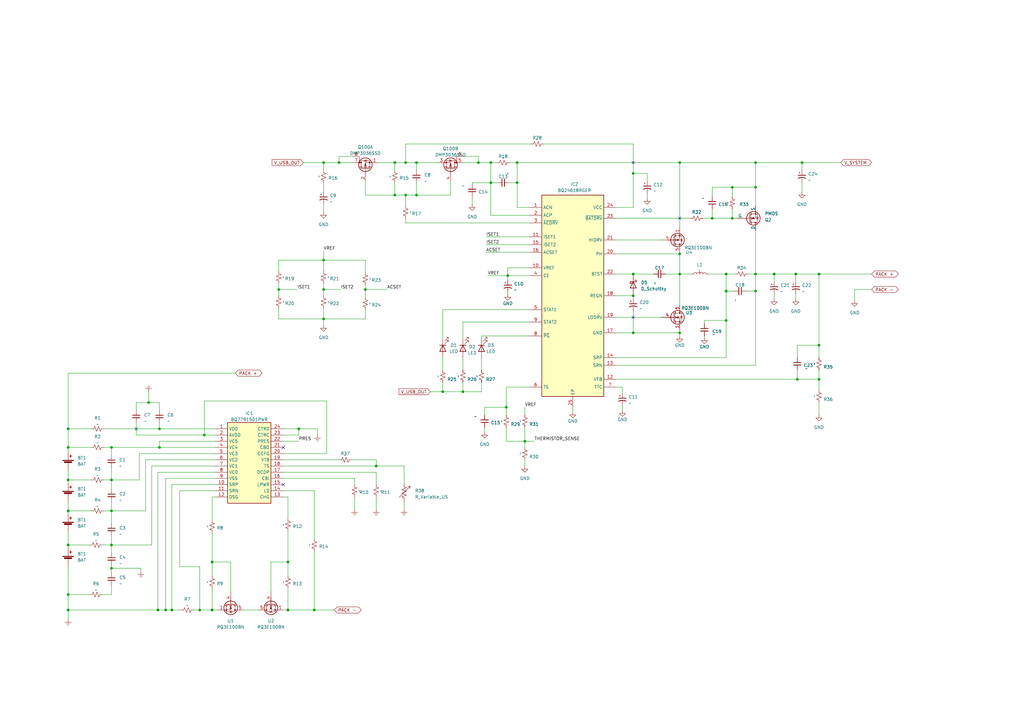
<source format=kicad_sch>
(kicad_sch (version 20230121) (generator eeschema)
  (paper "A3")
  (lib_symbols
    (symbol "BQ24618RGER:BQ24618RGER"
      (property "Reference" "IC" (at 31.75 20.32 0))
      (property "Value" "BQ24618RGER" (at 31.75 17.78 0))
      (symbol "BQ24618RGER_1_1"
        (pin passive line (at 0 10.16 0) (length 5.08) (name "ACN") (number "1"))
        (pin passive line (at 0 -14.605 0) (length 5.08) (name "VREF") (number "10"))
        (pin passive line (at 0 -1.905 0) (length 5.08) (name "ISET1") (number "11"))
        (pin passive line (at 35.56 -60.325 180) (length 5.08) (name "VFB") (number "12"))
        (pin passive line (at 35.56 -54.61 180) (length 5.08) (name "SRN") (number "13"))
        (pin passive line (at 35.56 -51.435 180) (length 5.08) (name "SRP") (number "14"))
        (pin passive line (at 0 -5.08 0) (length 5.08) (name "ISET2") (number "15"))
        (pin passive line (at 0 -8.255 0) (length 5.08) (name "ACSET") (number "16"))
        (pin passive line (at 35.56 -41.275 180) (length 5.08) (name "GND") (number "17"))
        (pin passive line (at 35.56 -26.035 180) (length 5.08) (name "REGN") (number "18"))
        (pin passive line (at 35.56 -34.925 180) (length 5.08) (name "LODRV") (number "19"))
        (pin passive line (at 0 6.985 0) (length 5.08) (name "ACP") (number "2"))
        (pin passive line (at 35.56 -8.89 180) (length 5.08) (name "PH") (number "20"))
        (pin passive line (at 35.56 -3.175 180) (length 5.08) (name "HIDRV") (number "21"))
        (pin passive line (at 35.56 -17.145 180) (length 5.08) (name "BTST") (number "22"))
        (pin passive line (at 35.56 5.715 180) (length 5.08) (name "~{BATDRV}") (number "23"))
        (pin passive line (at 35.56 10.16 180) (length 5.08) (name "VCC") (number "24"))
        (pin passive line (at 17.78 -72.39 90) (length 5.08) (name "EP") (number "25"))
        (pin passive line (at 0 3.81 0) (length 5.08) (name "~{ACDRV}") (number "3"))
        (pin passive line (at 0 -17.78 0) (length 5.08) (name "CE") (number "4"))
        (pin passive line (at 0 -31.75 0) (length 5.08) (name "STAT1") (number "5"))
        (pin passive line (at 0 -63.5 0) (length 5.08) (name "TS") (number "6"))
        (pin passive line (at 35.56 -63.5 180) (length 5.08) (name "TTC") (number "7"))
        (pin passive line (at 0 -42.545 0) (length 5.08) (name "~{PG}") (number "8"))
        (pin passive line (at 0 -36.83 0) (length 5.08) (name "STAT2") (number "9"))
      )
    )
    (symbol "BQ7791501PWR:BQ7791501PWR"
      (property "Reference" "IC" (at 24.13 7.62 0))
      (property "Value" "BQ7791501PWR" (at 24.13 5.08 0))
      (symbol "BQ7791501PWR_1_1"
        (pin passive line (at 0 0 0) (length 5.08) (name "VDD") (number "1"))
        (pin passive line (at 0 -22.86 0) (length 5.08) (name "SRP") (number "10"))
        (pin passive line (at 0 -25.4 0) (length 5.08) (name "SRN") (number "11"))
        (pin passive line (at 0 -27.94 0) (length 5.08) (name "DSG") (number "12"))
        (pin passive line (at 27.94 -27.94 180) (length 5.08) (name "CHG") (number "13"))
        (pin passive line (at 27.94 -25.4 180) (length 5.08) (name "LD") (number "14"))
        (pin passive line (at 27.94 -22.86 180) (length 5.08) (name "LPWR") (number "15"))
        (pin passive line (at 27.94 -20.32 180) (length 5.08) (name "CBI") (number "16"))
        (pin passive line (at 27.94 -17.78 180) (length 5.08) (name "OCDP") (number "17"))
        (pin passive line (at 27.94 -15.24 180) (length 5.08) (name "TS") (number "18"))
        (pin passive line (at 27.94 -12.7 180) (length 5.08) (name "VTB") (number "19"))
        (pin passive line (at 0 -2.54 0) (length 5.08) (name "AVDD") (number "2"))
        (pin passive line (at 27.94 -10.16 180) (length 5.08) (name "CCFG") (number "20"))
        (pin passive line (at 27.94 -7.62 180) (length 5.08) (name "CBO") (number "21"))
        (pin passive line (at 27.94 -5.08 180) (length 5.08) (name "PRES") (number "22"))
        (pin passive line (at 27.94 -2.54 180) (length 5.08) (name "CTRC") (number "23"))
        (pin passive line (at 27.94 0 180) (length 5.08) (name "CTRD") (number "24"))
        (pin passive line (at 0 -5.08 0) (length 5.08) (name "VC5") (number "3"))
        (pin passive line (at 0 -7.62 0) (length 5.08) (name "VC4") (number "4"))
        (pin passive line (at 0 -10.16 0) (length 5.08) (name "VC3") (number "5"))
        (pin passive line (at 0 -12.7 0) (length 5.08) (name "VC2") (number "6"))
        (pin passive line (at 0 -15.24 0) (length 5.08) (name "VC1") (number "7"))
        (pin passive line (at 0 -17.78 0) (length 5.08) (name "VC0") (number "8"))
        (pin passive line (at 0 -20.32 0) (length 5.08) (name "VSS") (number "9"))
      )
    )
    (symbol "Device:Battery_Cell" (pin_numbers hide) (pin_names (offset 0) hide)
      (property "Reference" "BT" (at 2.54 2.54 0))
      (property "Value" "Battery_Cell" (at 2.54 0 0))
      (symbol "Battery_Cell_1_1"
        (pin passive line (at 0 5.08 270) (length 2.54) (name "+") (number "1"))
        (pin passive line (at 0 -2.54 90) (length 2.54) (name "-") (number "2"))
      )
    )
    (symbol "Device:C_Polarized_Small_US" (pin_numbers hide) (pin_names (offset 0.254) hide)
      (property "Reference" "C" (at 0.254 1.778 0))
      (property "Value" "C_Polarized_Small_US" (at 0.254 -2.032 0))
      (symbol "C_Polarized_Small_US_1_1"
        (pin passive line (at 0 2.54 270) (length 2.032) (name "~") (number "1"))
        (pin passive line (at 0 -2.54 90) (length 2.032) (name "~") (number "2"))
      )
    )
    (symbol "Device:C_Small" (pin_numbers hide) (pin_names (offset 0.254) hide)
      (property "Reference" "C" (at 0.254 1.778 0))
      (property "Value" "C_Small" (at 0.254 -2.032 0))
      (symbol "C_Small_1_1"
        (pin passive line (at 0 2.54 270) (length 2.032) (name "~") (number "1"))
        (pin passive line (at 0 -2.54 90) (length 2.032) (name "~") (number "2"))
      )
    )
    (symbol "Device:D_Schottky" (pin_numbers hide) (pin_names (offset 1.016) hide)
      (property "Reference" "D" (at 0 2.54 0))
      (property "Value" "D_Schottky" (at 0 -2.54 0))
      (symbol "D_Schottky_1_1"
        (pin passive line (at -3.81 0 0) (length 2.54) (name "K") (number "1"))
        (pin passive line (at 3.81 0 180) (length 2.54) (name "A") (number "2"))
      )
    )
    (symbol "Device:L" (pin_numbers hide) (pin_names (offset 1.016) hide)
      (property "Reference" "L" (at -1.27 0 90))
      (property "Value" "L" (at 1.905 0 90))
      (symbol "L_1_1"
        (pin passive line (at 0 3.81 270) (length 1.27) (name "1") (number "1"))
        (pin passive line (at 0 -3.81 90) (length 1.27) (name "2") (number "2"))
      )
    )
    (symbol "Device:LED" (pin_numbers hide) (pin_names (offset 1.016) hide)
      (property "Reference" "D" (at 0 2.54 0))
      (property "Value" "LED" (at 0 -2.54 0))
      (symbol "LED_1_1"
        (pin passive line (at -3.81 0 0) (length 2.54) (name "K") (number "1"))
        (pin passive line (at 3.81 0 180) (length 2.54) (name "A") (number "2"))
      )
    )
    (symbol "Device:Q_Dual_PMOS_S1G1S2G2D2D2D1D1" (pin_names (offset 0) hide)
      (property "Reference" "Q" (at 6.35 1.27 0))
      (property "Value" "Q_Dual_PMOS_S1G1S2G2D2D2D1D1" (at 21.59 -1.27 0))
      (symbol "Q_Dual_PMOS_S1G1S2G2D2D2D1D1_1_1"
        (pin passive line (at 2.54 -5.08 90) (length 2.54) (name "S") (number "1"))
        (pin input line (at -5.08 0 0) (length 2.54) (name "G") (number "2"))
        (pin passive line (at 2.54 5.08 270) (length 2.54) (name "D") (number "7"))
        (pin passive line (at 5.08 5.08 270) (length 2.54) (name "G") (number "8"))
      )
      (symbol "Q_Dual_PMOS_S1G1S2G2D2D2D1D1_2_1"
        (pin passive line (at 2.54 -5.08 90) (length 2.54) (name "S") (number "3"))
        (pin input line (at -5.08 0 0) (length 2.54) (name "G") (number "4"))
        (pin passive line (at 2.54 5.08 270) (length 2.54) (name "D") (number "5"))
        (pin passive line (at 5.08 5.08 270) (length 2.54) (name "G") (number "6"))
      )
    )
    (symbol "Device:R_Small_US" (pin_numbers hide) (pin_names (offset 0.254) hide)
      (property "Reference" "R" (at 0.762 0.508 0))
      (property "Value" "R_Small_US" (at 0.762 -1.016 0))
      (symbol "R_Small_US_1_1"
        (pin passive line (at 0 2.54 270) (length 1.016) (name "~") (number "1"))
        (pin passive line (at 0 -2.54 90) (length 1.016) (name "~") (number "2"))
      )
    )
    (symbol "Device:R_Variable_US" (pin_numbers hide) (pin_names (offset 0))
      (property "Reference" "R" (at 2.54 -2.54 90))
      (property "Value" "R_Variable_US" (at -2.54 -1.27 90))
      (symbol "R_Variable_US_1_1"
        (pin passive line (at 0 3.81 270) (length 1.27) (name "~") (number "1"))
        (pin passive line (at 0 -3.81 90) (length 1.27) (name "~") (number "2"))
      )
    )
    (symbol "Simulation_SPICE:PMOS" (pin_numbers hide) (pin_names (offset 0))
      (property "Reference" "Q" (at 5.08 1.27 0))
      (property "Value" "PMOS" (at 5.08 -1.27 0))
      (symbol "PMOS_1_1"
        (pin passive line (at 2.54 5.08 270) (length 2.54) (name "D") (number "1"))
        (pin input line (at -5.08 0 0) (length 2.54) (name "G") (number "2"))
        (pin passive line (at 2.54 -5.08 90) (length 2.54) (name "S") (number "3"))
      )
    )
    (symbol "User_MOSFET:RQ3E100BN"
      (property "Reference" "U" (at 1.905 3.175 0))
      (property "Value" "RQ3E100BN" (at 6.985 1.27 0))
      (symbol "RQ3E100BN_1_1"
        (pin passive line (at 0 -6.35 90) (length 2.54) (name "") (number "1"))
        (pin passive line (at 0 -6.35 90) (length 2.54) hide (name "") (number "2"))
        (pin passive line (at 0 -6.35 90) (length 2.54) hide (name "") (number "3"))
        (pin input line (at -7.62 -1.27 0) (length 5.08) (name "") (number "4"))
        (pin passive line (at 0 3.81 270) (length 2.54) (name "") (number "5"))
      )
    )
    (symbol "power:Earth" (power) (pin_names (offset 0))
      (symbol "Earth_1_1"
        (pin power_in line (at 0 0 270) (length 0) hide (name "Earth") (number "1"))
      )
    )
    (symbol "power:GND" (power) (pin_names (offset 0))
      (property "Value" "GND" (at 0 -3.81 0))
      (symbol "GND_1_1"
        (pin power_in line (at 0 0 270) (length 0) hide (name "GND") (number "1"))
      )
    )
  )
  (junction (at 215.265 180.975))
  (junction (at 114.3 118.745))
  (junction (at 122.555 175.895))
  (junction (at 259.715 112.395))
  (junction (at 166.37 80.01))
  (junction (at 189.865 160.655))
  (junction (at 118.11 230.505))
  (junction (at 132.715 106.68))
  (junction (at 118.11 250.19))
  (junction (at 64.77 250.19))
  (junction (at 83.82 178.435))
  (junction (at 201.295 66.675))
  (junction (at 132.715 130.81))
  (junction (at 27.94 223.52))
  (junction (at 27.94 250.19))
  (junction (at 45.72 209.55))
  (junction (at 278.765 136.525))
  (junction (at 65.405 183.515))
  (junction (at 27.94 183.515))
  (junction (at 309.88 76.835))
  (junction (at 27.94 209.55))
  (junction (at 45.72 183.515))
  (junction (at 60.96 165.1))
  (junction (at 278.765 104.14))
  (junction (at 196.215 66.675))
  (junction (at 154.305 191.135))
  (junction (at 132.715 66.675))
  (junction (at 309.88 112.395))
  (junction (at 67.945 250.19))
  (junction (at 139.065 66.675))
  (junction (at 207.645 167.005))
  (junction (at 278.765 66.675))
  (junction (at 292.1 89.535))
  (junction (at 212.09 66.675))
  (junction (at 166.37 66.675))
  (junction (at 149.86 118.745))
  (junction (at 45.72 233.045))
  (junction (at 297.815 119.38))
  (junction (at 70.485 250.19))
  (junction (at 65.405 175.895))
  (junction (at 335.915 112.395))
  (junction (at 45.72 196.85))
  (junction (at 327.025 155.575))
  (junction (at 161.925 66.675))
  (junction (at 27.94 196.85))
  (junction (at 201.295 74.93))
  (junction (at 161.925 80.01))
  (junction (at 259.715 71.12))
  (junction (at 335.915 141.605))
  (junction (at 170.815 66.675))
  (junction (at 309.88 119.38))
  (junction (at 27.94 175.895))
  (junction (at 212.09 74.93))
  (junction (at 259.715 136.525))
  (junction (at 278.765 112.395))
  (junction (at 132.715 118.745))
  (junction (at 181.61 160.655))
  (junction (at 170.815 80.01))
  (junction (at 297.815 112.395))
  (junction (at 27.94 243.84))
  (junction (at 297.815 131.445))
  (junction (at 81.915 250.19))
  (junction (at 326.39 112.395))
  (junction (at 86.995 230.505))
  (junction (at 300.355 76.835))
  (junction (at 317.5 112.395))
  (junction (at 45.72 223.52))
  (junction (at 128.905 250.19))
  (junction (at 86.995 250.19))
  (junction (at 328.93 66.675))
  (junction (at 300.355 89.535))
  (junction (at 335.915 155.575))
  (junction (at 309.88 66.675))
  (junction (at 259.715 121.285))
  (junction (at 208.28 113.03))
  (no_connect (at 259.715 66.675))
  (no_connect (at 259.715 130.175))
  (no_connect (at 116.205 183.515))
  (no_connect (at 278.765 89.535))
  (no_connect (at 55.88 175.895))
  (no_connect (at 116.205 198.755))
  (wire (pts (xy 326.39 112.395) (xy 317.5 112.395)))
  (wire (pts (xy 278.765 112.395) (xy 283.21 112.395)))
  (wire (pts (xy 197.485 160.655) (xy 197.485 156.845)))
  (wire (pts (xy 165.735 208.915) (xy 165.735 205.74)))
  (wire (pts (xy 327.025 155.575) (xy 335.915 155.575)))
  (wire (pts (xy 252.73 98.425) (xy 271.145 98.425)))
  (wire (pts (xy 86.995 218.44) (xy 86.995 230.505)))
  (wire (pts (xy 259.715 59.055) (xy 259.715 71.12)))
  (wire (pts (xy 86.995 203.835) (xy 86.995 213.36)))
  (wire (pts (xy 259.715 71.12) (xy 259.715 85.09)))
  (wire (pts (xy 122.555 175.895) (xy 116.205 175.895)))
  (wire (pts (xy 317.5 122.555) (xy 317.5 120.65)))
  (wire (pts (xy 27.94 250.19) (xy 64.77 250.19)))
  (wire (pts (xy 259.715 136.525) (xy 278.765 136.525)))
  (wire (pts (xy 328.93 69.85) (xy 328.93 66.675)))
  (wire (pts (xy 327.025 146.685) (xy 327.025 141.605)))
  (wire (pts (xy 81.915 232.41) (xy 81.915 250.19)))
  (wire (pts (xy 27.94 153.035) (xy 96.52 153.035)))
  (wire (pts (xy 83.82 164.465) (xy 133.985 164.465)))
  (wire (pts (xy 189.865 160.655) (xy 197.485 160.655)))
  (wire (pts (xy 132.715 130.81) (xy 132.715 133.35)))
  (wire (pts (xy 154.94 66.675) (xy 161.925 66.675)))
  (wire (pts (xy 86.995 230.505) (xy 86.995 236.22)))
  (wire (pts (xy 208.915 74.93) (xy 212.09 74.93)))
  (wire (pts (xy 252.73 121.285) (xy 259.715 121.285)))
  (wire (pts (xy 300.355 85.725) (xy 300.355 89.535)))
  (wire (pts (xy 57.785 233.045) (xy 57.785 234.315)))
  (wire (pts (xy 79.375 250.19) (xy 81.915 250.19)))
  (wire (pts (xy 88.265 196.215) (xy 67.945 196.215)))
  (wire (pts (xy 201.295 66.675) (xy 201.295 74.93)))
  (wire (pts (xy 27.94 250.19) (xy 27.94 254)))
  (wire (pts (xy 27.94 243.84) (xy 27.94 250.19)))
  (wire (pts (xy 64.77 193.675) (xy 64.77 250.19)))
  (wire (pts (xy 165.735 198.12) (xy 165.735 191.135)))
  (wire (pts (xy 116.205 250.19) (xy 118.11 250.19)))
  (wire (pts (xy 327.025 141.605) (xy 335.915 141.605)))
  (wire (pts (xy 170.815 66.675) (xy 170.815 69.85)))
  (wire (pts (xy 144.145 188.595) (xy 154.305 188.595)))
  (wire (pts (xy 118.11 203.835) (xy 116.205 203.835)))
  (wire (pts (xy 154.305 203.835) (xy 154.305 208.915)))
  (wire (pts (xy 86.995 241.3) (xy 86.995 250.19)))
  (wire (pts (xy 278.765 104.14) (xy 278.765 112.395)))
  (wire (pts (xy 181.61 139.065) (xy 181.61 127)))
  (wire (pts (xy 27.94 223.52) (xy 36.83 223.52)))
  (wire (pts (xy 166.37 59.055) (xy 217.805 59.055)))
  (wire (pts (xy 27.94 209.55) (xy 27.94 210.82)))
  (wire (pts (xy 217.17 109.855) (xy 208.28 109.855)))
  (wire (pts (xy 45.72 240.03) (xy 45.72 243.84)))
  (wire (pts (xy 309.88 112.395) (xy 309.88 119.38)))
  (wire (pts (xy 189.865 160.655) (xy 189.865 156.845)))
  (wire (pts (xy 86.995 250.19) (xy 89.535 250.19)))
  (wire (pts (xy 73.66 232.41) (xy 81.915 232.41)))
  (wire (pts (xy 288.925 131.445) (xy 297.815 131.445)))
  (wire (pts (xy 116.205 178.435) (xy 122.555 178.435)))
  (wire (pts (xy 65.405 183.515) (xy 88.265 183.515)))
  (wire (pts (xy 45.72 233.045) (xy 45.72 234.95)))
  (wire (pts (xy 139.065 66.675) (xy 144.78 66.675)))
  (wire (pts (xy 42.545 183.515) (xy 45.72 183.515)))
  (wire (pts (xy 328.93 78.74) (xy 328.93 74.93)))
  (wire (pts (xy 111.125 230.505) (xy 118.11 230.505)))
  (wire (pts (xy 252.73 155.575) (xy 327.025 155.575)))
  (wire (pts (xy 86.995 230.505) (xy 94.615 230.505)))
  (wire (pts (xy 64.77 193.675) (xy 88.265 193.675)))
  (wire (pts (xy 88.265 178.435) (xy 83.82 178.435)))
  (wire (pts (xy 189.865 66.675) (xy 196.215 66.675)))
  (wire (pts (xy 62.23 223.52) (xy 62.23 191.135)))
  (wire (pts (xy 27.94 193.04) (xy 27.94 196.85)))
  (wire (pts (xy 161.925 66.675) (xy 161.925 69.85)))
  (wire (pts (xy 215.265 188.595) (xy 215.265 191.135)))
  (wire (pts (xy 154.305 191.135) (xy 116.205 191.135)))
  (wire (pts (xy 45.72 231.775) (xy 45.72 233.045)))
  (wire (pts (xy 197.485 146.685) (xy 197.485 151.765)))
  (wire (pts (xy 132.715 66.675) (xy 139.065 66.675)))
  (wire (pts (xy 27.94 205.74) (xy 27.94 209.55)))
  (wire (pts (xy 132.715 86.995) (xy 132.715 83.82)))
  (wire (pts (xy 309.88 112.395) (xy 306.705 112.395)))
  (wire (pts (xy 166.37 80.01) (xy 170.815 80.01)))
  (wire (pts (xy 122.555 178.435) (xy 122.555 175.895)))
  (wire (pts (xy 45.72 196.85) (xy 57.15 196.85)))
  (wire (pts (xy 130.175 178.435) (xy 130.175 175.895)))
  (wire (pts (xy 116.205 188.595) (xy 139.065 188.595)))
  (wire (pts (xy 41.91 223.52) (xy 45.72 223.52)))
  (wire (pts (xy 207.645 158.75) (xy 207.645 167.005)))
  (wire (pts (xy 132.715 106.68) (xy 149.86 106.68)))
  (wire (pts (xy 41.91 243.84) (xy 45.72 243.84)))
  (wire (pts (xy 193.675 74.93) (xy 193.675 75.565)))
  (wire (pts (xy 259.715 112.395) (xy 259.715 113.03)))
  (wire (pts (xy 130.175 175.895) (xy 122.555 175.895)))
  (wire (pts (xy 189.865 139.065) (xy 189.865 132.08)))
  (wire (pts (xy 27.94 209.55) (xy 37.465 209.55)))
  (wire (pts (xy 259.715 112.395) (xy 267.97 112.395)))
  (wire (pts (xy 114.3 126.365) (xy 114.3 130.81)))
  (wire (pts (xy 27.94 218.44) (xy 27.94 223.52)))
  (wire (pts (xy 252.73 149.86) (xy 309.88 149.86)))
  (wire (pts (xy 55.88 165.1) (xy 55.88 168.275)))
  (wire (pts (xy 59.69 209.55) (xy 59.69 188.595)))
  (wire (pts (xy 350.52 123.19) (xy 350.52 118.745)))
  (wire (pts (xy 252.73 112.395) (xy 259.715 112.395)))
  (wire (pts (xy 201.295 74.93) (xy 193.675 74.93)))
  (wire (pts (xy 207.645 180.975) (xy 215.265 180.975)))
  (wire (pts (xy 328.93 66.675) (xy 309.88 66.675)))
  (wire (pts (xy 132.715 118.745) (xy 132.715 121.285)))
  (wire (pts (xy 45.72 183.515) (xy 65.405 183.515)))
  (wire (pts (xy 57.15 196.85) (xy 57.15 186.055)))
  (wire (pts (xy 255.27 158.75) (xy 255.27 161.29)))
  (wire (pts (xy 27.94 153.035) (xy 27.94 175.895)))
  (wire (pts (xy 64.77 250.19) (xy 67.945 250.19)))
  (wire (pts (xy 132.715 130.81) (xy 149.86 130.81)))
  (wire (pts (xy 278.765 66.675) (xy 278.765 93.345)))
  (wire (pts (xy 207.645 170.18) (xy 207.645 167.005)))
  (wire (pts (xy 65.405 175.895) (xy 65.405 173.355)))
  (wire (pts (xy 317.5 115.57) (xy 317.5 112.395)))
  (wire (pts (xy 145.415 196.215) (xy 116.205 196.215)))
  (wire (pts (xy 292.1 85.725) (xy 292.1 89.535)))
  (wire (pts (xy 215.265 175.26) (xy 215.265 180.975)))
  (wire (pts (xy 45.72 223.52) (xy 62.23 223.52)))
  (wire (pts (xy 326.39 115.57) (xy 326.39 112.395)))
  (wire (pts (xy 208.28 120.65) (xy 208.28 120.015)))
  (wire (pts (xy 252.73 89.535) (xy 283.21 89.535)))
  (wire (pts (xy 45.72 209.55) (xy 59.69 209.55)))
  (wire (pts (xy 252.73 136.525) (xy 259.715 136.525)))
  (wire (pts (xy 199.39 100.33) (xy 217.17 100.33)))
  (wire (pts (xy 45.72 196.85) (xy 45.72 200.66)))
  (wire (pts (xy 255.27 168.275) (xy 255.27 166.37)))
  (wire (pts (xy 132.715 106.68) (xy 132.715 111.125)))
  (wire (pts (xy 42.545 196.85) (xy 45.72 196.85)))
  (wire (pts (xy 94.615 230.505) (xy 94.615 242.57)))
  (wire (pts (xy 201.295 88.265) (xy 217.17 88.265)))
  (wire (pts (xy 350.52 118.745) (xy 357.505 118.745)))
  (wire (pts (xy 166.37 91.44) (xy 217.17 91.44)))
  (wire (pts (xy 59.69 188.595) (xy 88.265 188.595)))
  (wire (pts (xy 278.765 136.525) (xy 278.765 137.795)))
  (wire (pts (xy 118.11 250.19) (xy 118.11 241.3)))
  (wire (pts (xy 111.125 242.57) (xy 111.125 230.505)))
  (wire (pts (xy 335.915 146.685) (xy 335.915 141.605)))
  (wire (pts (xy 149.86 118.745) (xy 158.75 118.745)))
  (wire (pts (xy 145.415 208.915) (xy 145.415 203.835)))
  (wire (pts (xy 145.415 198.755) (xy 145.415 196.215)))
  (wire (pts (xy 288.925 138.43) (xy 288.925 137.795)))
  (wire (pts (xy 326.39 122.555) (xy 326.39 120.65)))
  (wire (pts (xy 67.945 250.19) (xy 70.485 250.19)))
  (wire (pts (xy 45.72 233.045) (xy 57.785 233.045)))
  (wire (pts (xy 132.715 118.745) (xy 139.7 118.745)))
  (wire (pts (xy 88.265 201.295) (xy 73.66 201.295)))
  (wire (pts (xy 161.925 66.675) (xy 166.37 66.675)))
  (wire (pts (xy 335.915 170.18) (xy 335.915 165.1)))
  (wire (pts (xy 309.88 149.86) (xy 309.88 119.38)))
  (wire (pts (xy 132.715 126.365) (xy 132.715 130.81)))
  (wire (pts (xy 207.645 175.26) (xy 207.645 180.975)))
  (wire (pts (xy 65.405 168.275) (xy 65.405 165.1)))
  (wire (pts (xy 208.28 113.03) (xy 217.17 113.03)))
  (wire (pts (xy 278.765 103.505) (xy 278.765 104.14)))
  (wire (pts (xy 181.61 146.685) (xy 181.61 151.765)))
  (wire (pts (xy 252.73 104.14) (xy 278.765 104.14)))
  (wire (pts (xy 292.1 76.835) (xy 292.1 80.645)))
  (wire (pts (xy 27.94 196.85) (xy 27.94 198.12)))
  (wire (pts (xy 45.72 191.77) (xy 45.72 196.85)))
  (wire (pts (xy 197.485 137.795) (xy 197.485 139.065)))
  (wire (pts (xy 88.265 175.895) (xy 65.405 175.895)))
  (wire (pts (xy 166.37 66.675) (xy 170.815 66.675)))
  (wire (pts (xy 55.88 173.355) (xy 55.88 178.435)))
  (wire (pts (xy 201.295 74.93) (xy 201.295 88.265)))
  (wire (pts (xy 199.39 97.155) (xy 217.17 97.155)))
  (wire (pts (xy 149.86 74.295) (xy 149.86 80.01)))
  (wire (pts (xy 198.755 170.18) (xy 198.755 167.005)))
  (wire (pts (xy 27.94 183.515) (xy 37.465 183.515)))
  (wire (pts (xy 297.815 119.38) (xy 300.99 119.38)))
  (wire (pts (xy 196.215 66.675) (xy 201.295 66.675)))
  (wire (pts (xy 118.11 236.22) (xy 118.11 230.505)))
  (wire (pts (xy 149.86 80.01) (xy 161.925 80.01)))
  (wire (pts (xy 200.025 113.03) (xy 208.28 113.03)))
  (wire (pts (xy 60.96 160.655) (xy 60.96 165.1)))
  (wire (pts (xy 45.72 209.55) (xy 45.72 214.63)))
  (wire (pts (xy 132.715 102.87) (xy 132.715 106.68)))
  (wire (pts (xy 114.3 116.205) (xy 114.3 118.745)))
  (wire (pts (xy 132.715 116.205) (xy 132.715 118.745)))
  (wire (pts (xy 327.025 155.575) (xy 327.025 151.765)))
  (wire (pts (xy 259.715 120.65) (xy 259.715 121.285)))
  (wire (pts (xy 149.86 116.84) (xy 149.86 118.745)))
  (wire (pts (xy 27.94 175.895) (xy 27.94 183.515)))
  (wire (pts (xy 65.405 175.895) (xy 42.545 175.895)))
  (wire (pts (xy 166.37 80.01) (xy 166.37 84.455)))
  (wire (pts (xy 27.94 232.41) (xy 27.94 243.84)))
  (wire (pts (xy 154.305 193.675) (xy 116.205 193.675)))
  (wire (pts (xy 184.785 80.01) (xy 184.785 74.295)))
  (wire (pts (xy 65.405 180.975) (xy 65.405 183.515)))
  (wire (pts (xy 154.305 188.595) (xy 154.305 191.135)))
  (wire (pts (xy 124.46 66.675) (xy 132.715 66.675)))
  (wire (pts (xy 60.96 165.1) (xy 55.88 165.1)))
  (wire (pts (xy 73.66 201.295) (xy 73.66 232.41)))
  (wire (pts (xy 198.755 167.005) (xy 207.645 167.005)))
  (wire (pts (xy 70.485 250.19) (xy 74.295 250.19)))
  (wire (pts (xy 62.23 191.135) (xy 88.265 191.135)))
  (wire (pts (xy 83.82 178.435) (xy 83.82 164.465)))
  (wire (pts (xy 27.94 196.85) (xy 37.465 196.85)))
  (wire (pts (xy 335.915 112.395) (xy 326.39 112.395)))
  (wire (pts (xy 297.815 112.395) (xy 297.815 119.38)))
  (wire (pts (xy 208.915 66.675) (xy 212.09 66.675)))
  (wire (pts (xy 197.485 137.795) (xy 217.17 137.795)))
  (wire (pts (xy 114.3 130.81) (xy 132.715 130.81)))
  (wire (pts (xy 67.945 196.215) (xy 67.945 250.19)))
  (wire (pts (xy 70.485 198.755) (xy 70.485 250.19)))
  (wire (pts (xy 297.815 131.445) (xy 297.815 119.38)))
  (wire (pts (xy 45.72 219.71) (xy 45.72 223.52)))
  (wire (pts (xy 278.765 66.675) (xy 309.88 66.675)))
  (wire (pts (xy 273.05 112.395) (xy 278.765 112.395)))
  (wire (pts (xy 335.915 155.575) (xy 335.915 151.765)))
  (wire (pts (xy 27.94 183.515) (xy 27.94 185.42)))
  (wire (pts (xy 161.925 74.93) (xy 161.925 80.01)))
  (wire (pts (xy 215.265 180.975) (xy 219.075 180.975)))
  (wire (pts (xy 302.26 89.535) (xy 300.355 89.535)))
  (wire (pts (xy 170.815 74.93) (xy 170.815 80.01)))
  (wire (pts (xy 27.94 223.52) (xy 27.94 224.79)))
  (wire (pts (xy 335.915 112.395) (xy 357.505 112.395)))
  (wire (pts (xy 193.675 80.645) (xy 193.675 83.82)))
  (wire (pts (xy 208.28 113.03) (xy 208.28 114.935)))
  (wire (pts (xy 309.88 76.835) (xy 309.88 84.455)))
  (wire (pts (xy 181.61 127) (xy 217.17 127)))
  (wire (pts (xy 196.215 64.135) (xy 196.215 66.675)))
  (wire (pts (xy 300.355 76.835) (xy 300.355 80.645)))
  (wire (pts (xy 189.865 146.685) (xy 189.865 151.765)))
  (wire (pts (xy 300.355 89.535) (xy 292.1 89.535)))
  (wire (pts (xy 212.09 74.93) (xy 212.09 85.09)))
  (wire (pts (xy 259.715 122.555) (xy 259.715 121.285)))
  (wire (pts (xy 181.61 160.655) (xy 189.865 160.655)))
  (wire (pts (xy 144.78 64.135) (xy 139.065 64.135)))
  (wire (pts (xy 27.94 243.84) (xy 36.83 243.84)))
  (wire (pts (xy 252.73 158.75) (xy 255.27 158.75)))
  (wire (pts (xy 201.295 66.675) (xy 203.835 66.675)))
  (wire (pts (xy 189.865 64.135) (xy 196.215 64.135)))
  (wire (pts (xy 292.1 89.535) (xy 288.29 89.535)))
  (wire (pts (xy 252.73 130.175) (xy 271.145 130.175)))
  (wire (pts (xy 149.86 106.68) (xy 149.86 111.76)))
  (wire (pts (xy 215.265 167.005) (xy 215.265 170.18)))
  (wire (pts (xy 139.065 64.135) (xy 139.065 66.675)))
  (wire (pts (xy 208.28 109.855) (xy 208.28 113.03)))
  (wire (pts (xy 199.39 103.505) (xy 217.17 103.505)))
  (wire (pts (xy 297.815 131.445) (xy 297.815 146.685)))
  (wire (pts (xy 114.3 111.125) (xy 114.3 106.68)))
  (wire (pts (xy 215.265 183.515) (xy 215.265 180.975)))
  (wire (pts (xy 114.3 118.745) (xy 114.3 121.285)))
  (wire (pts (xy 45.72 205.74) (xy 45.72 209.55)))
  (wire (pts (xy 118.11 250.19) (xy 128.905 250.19)))
  (wire (pts (xy 189.865 132.08) (xy 217.17 132.08)))
  (wire (pts (xy 114.3 106.68) (xy 132.715 106.68)))
  (wire (pts (xy 118.11 212.725) (xy 118.11 203.835)))
  (wire (pts (xy 328.93 66.675) (xy 344.805 66.675)))
  (wire (pts (xy 88.265 198.755) (xy 70.485 198.755)))
  (wire (pts (xy 212.09 85.09) (xy 217.17 85.09)))
  (wire (pts (xy 297.815 146.685) (xy 252.73 146.685)))
  (wire (pts (xy 45.72 223.52) (xy 45.72 226.695)))
  (wire (pts (xy 335.915 141.605) (xy 335.915 112.395)))
  (wire (pts (xy 265.43 81.28) (xy 265.43 79.375)))
  (wire (pts (xy 170.815 66.675) (xy 179.705 66.675)))
  (wire (pts (xy 116.205 180.975) (xy 122.555 180.975)))
  (wire (pts (xy 88.265 203.835) (xy 86.995 203.835)))
  (wire (pts (xy 335.915 160.02) (xy 335.915 155.575)))
  (wire (pts (xy 198.755 175.26) (xy 198.755 177.165)))
  (wire (pts (xy 149.86 130.81) (xy 149.86 127)))
  (wire (pts (xy 99.695 250.19) (xy 106.045 250.19)))
  (wire (pts (xy 259.715 136.525) (xy 259.715 127.635)))
  (wire (pts (xy 128.905 250.19) (xy 128.905 226.06)))
  (wire (pts (xy 317.5 112.395) (xy 309.88 112.395)))
  (wire (pts (xy 222.885 59.055) (xy 259.715 59.055)))
  (wire (pts (xy 252.73 85.09) (xy 259.715 85.09)))
  (wire (pts (xy 301.625 112.395) (xy 297.815 112.395)))
  (wire (pts (xy 132.715 69.85) (xy 132.715 66.675)))
  (wire (pts (xy 45.72 183.515) (xy 45.72 186.69)))
  (wire (pts (xy 290.83 112.395) (xy 297.815 112.395)))
  (wire (pts (xy 133.985 164.465) (xy 133.985 186.055)))
  (wire (pts (xy 133.985 186.055) (xy 116.205 186.055)))
  (wire (pts (xy 265.43 74.295) (xy 265.43 71.12)))
  (wire (pts (xy 118.11 230.505) (xy 118.11 217.805)))
  (wire (pts (xy 212.09 66.675) (xy 278.765 66.675)))
  (wire (pts (xy 306.07 119.38) (xy 309.88 119.38)))
  (wire (pts (xy 300.355 76.835) (xy 292.1 76.835)))
  (wire (pts (xy 65.405 165.1) (xy 60.96 165.1)))
  (wire (pts (xy 154.305 198.755) (xy 154.305 193.675)))
  (wire (pts (xy 278.765 135.255) (xy 278.765 136.525)))
  (wire (pts (xy 128.905 250.19) (xy 137.16 250.19)))
  (wire (pts (xy 278.765 112.395) (xy 278.765 125.095)))
  (wire (pts (xy 88.265 180.975) (xy 65.405 180.975)))
  (wire (pts (xy 42.545 209.55) (xy 45.72 209.55)))
  (wire (pts (xy 37.465 175.895) (xy 27.94 175.895)))
  (wire (pts (xy 265.43 71.12) (xy 259.715 71.12)))
  (wire (pts (xy 309.88 66.675) (xy 309.88 76.835)))
  (wire (pts (xy 234.95 167.64) (xy 234.95 168.91)))
  (wire (pts (xy 128.905 220.98) (xy 128.905 201.295)))
  (wire (pts (xy 166.37 66.675) (xy 166.37 59.055)))
  (wire (pts (xy 201.295 74.93) (xy 203.835 74.93)))
  (wire (pts (xy 128.905 201.295) (xy 116.205 201.295)))
  (wire (pts (xy 149.86 118.745) (xy 149.86 121.92)))
  (wire (pts (xy 132.715 78.74) (xy 132.715 74.93)))
  (wire (pts (xy 161.925 80.01) (xy 166.37 80.01)))
  (wire (pts (xy 288.925 132.715) (xy 288.925 131.445)))
  (wire (pts (xy 300.355 76.835) (xy 309.88 76.835)))
  (wire (pts (xy 83.82 178.435) (xy 55.88 178.435)))
  (wire (pts (xy 81.915 250.19) (xy 86.995 250.19)))
  (wire (pts (xy 217.17 158.75) (xy 207.645 158.75)))
  (wire (pts (xy 166.37 89.535) (xy 166.37 91.44)))
  (wire (pts (xy 57.15 186.055) (xy 88.265 186.055)))
  (wire (pts (xy 114.3 118.745) (xy 121.92 118.745)))
  (wire (pts (xy 165.735 191.135) (xy 154.305 191.135)))
  (wire (pts (xy 176.53 160.655) (xy 181.61 160.655)))
  (wire (pts (xy 212.09 66.675) (xy 212.09 74.93)))
  (wire (pts (xy 309.88 112.395) (xy 309.88 94.615)))
  (wire (pts (xy 181.61 160.655) (xy 181.61 156.845)))
  (wire (pts (xy 170.815 80.01) (xy 184.785 80.01)))
  (label "ISET1" (at 199.39 97.155 0))
  (label "THERMISTOR_SENSE" (at 219.075 180.975 0))
  (label "ACSET" (at 158.75 118.745 0))
  (label "VREF" (at 200.025 113.03 0))
  (label "VREF" (at 215.265 167.005 0))
  (label "VREF" (at 132.715 102.87 0))
  (label "ISET1" (at 121.92 118.745 0))
  (label "ACSET" (at 199.39 103.505 0))
  (label "PRES" (at 122.555 180.975 0))
  (label "ISET2" (at 139.7 118.745 0))
  (label "ISET2" (at 199.39 100.33 0))
  (global_label "PACK +" (shape bidirectional) (at 357.505 112.395 0) (property "Intersheetrefs" "${INTERSHEET_REFS}" (effects hide)))
  (global_label "PACK -" (shape bidirectional) (at 357.505 118.745 0) (property "Intersheetrefs" "${INTERSHEET_REFS}" (effects hide)))
  (global_label "V_SYSTEM" (shape bidirectional) (at 344.805 66.675 0) (property "Intersheetrefs" "${INTERSHEET_REFS}" (effects hide)))
  (global_label "V_USB_OUT" (shape input) (at 176.53 160.655 180) (property "Intersheetrefs" "${INTERSHEET_REFS}" (effects hide)))
  (global_label "PACK +" (shape bidirectional) (at 96.52 153.035 0) (property "Intersheetrefs" "${INTERSHEET_REFS}" (effects hide)))
  (global_label "PACK -" (shape bidirectional) (at 137.16 250.19 0) (property "Intersheetrefs" "${INTERSHEET_REFS}" (effects hide)))
  (global_label "V_USB_OUT" (shape input) (at 124.46 66.675 180) (property "Intersheetrefs" "${INTERSHEET_REFS}" (effects hide)))
  (symbol (lib_id "Device:D_Schottky") (at 259.715 116.84 270) (unit 1)
    (property "Reference" "D5" (at 262.89 115.8875 90) (effects (justify left)))
    (property "Value" "D_Schottky" (at 262.89 118.4275 90) (effects (justify left)))
  )
  (symbol (lib_id "Simulation_SPICE:PMOS") (at 307.34 89.535 0) (mirror x) (unit 1)
    (property "Reference" "Q2" (at 313.69 90.17 0) (effects (justify left)))
    (property "Value" "PMOS" (at 313.69 87.63 0) (effects (justify left)))
    (property "Datasheet" "https://ngspice.sourceforge.io/docs/ngspice-manual.pdf" (effects hide))
    (property "Sim.Device" "PMOS" (effects hide))
    (property "Sim.Type" "VDMOS" (effects hide))
    (property "Sim.Pins" "1=D 2=G 3=S" (effects hide))
  )
  (symbol (lib_id "Device:Q_Dual_PMOS_S1G1S2G2D2D2D1D1") (at 184.785 69.215 270) (mirror x) (unit 2)
    (property "Reference" "Q100" (at 184.785 60.96 90))
    (property "Value" "DMP3036SSD" (at 184.785 63.5 90))
    (property "Footprint" "Package_SO:SO-8_3.9x4.9mm_P1.27mm" (effects hide))
    (property "Datasheet" "https://www.diodes.com/assets/Datasheets/DMP3036SSD.pdf" (effects hide))
    (property "Vendor" "https://www.mouser.com/ProductDetail/Diodes-Incorporated/DMP3036SSD-13?qs=OVC8WVYZliQQ%252Bz8nd4Q8aA%3D%3D" (effects hide))
    (property "Price" "0.8" (effects hide))
    (instances (project "power_supply" (path "" (reference "Q100") (unit 2)) (path "" (reference "Q1") (unit 2))) (project "battery_charging_devboard" (path "" (reference "Q100") (unit 2))))
  )
  (symbol (lib_id "User_MOSFET:RQ3E100BN") (at 278.765 128.905 0) (unit 1)
    (property "Reference" "U3" (at 282.575 128.27 0))
    (property "Value" "RQ3E100BN" (at 285.115 126.365 0))
    (property "Footprint" "User_Mosfet:HSMT8" (effects hide))
    (property "Datasheet" "https://www.mouser.com/datasheet/2/348/ROHM_S_A0009370623_1-2562931.pdf" (effects hide))
    (property "Vendor" "https://www.mouser.com/ProductDetail/ROHM-Semiconductor/RQ3E100BNTB?qs=npTsUczJOtO8HxsK5LUjOw%3D%3D" (effects hide))
    (property "Price" "0.3" (effects hide))
  )
  (symbol (lib_id "Device:R_Small_US") (at 189.865 154.305 180) (unit 1)
    (property "Reference" "R26" (at 195.58 155.575 0) (effects (justify left)))
    (property "Value" "~" (at 187.96 154.305 90))
  )
  (symbol (lib_id "Device:R_Small_US") (at 40.005 196.85 90) (unit 1)
    (property "Reference" "R3" (at 40.005 192.405 90))
    (property "Value" "~" (at 40.005 194.945 90))
  )
  (symbol (lib_id "Device:R_Small_US") (at 132.715 123.825 0) (unit 1)
    (property "Reference" "R22" (at 135.255 124.46 0) (effects (justify left)))
    (property "Value" "~" (at 134.62 123.825 90))
  )
  (symbol (lib_id "Device:R_Small_US") (at 335.915 162.56 180) (unit 1)
    (property "Reference" "R36" (at 341.63 163.83 0) (effects (justify left)))
    (property "Value" "~" (at 334.01 162.56 90))
  )
  (symbol (lib_id "Device:R_Small_US") (at 207.645 172.72 180) (unit 1)
    (property "Reference" "R29" (at 213.36 173.99 0) (effects (justify left)))
    (property "Value" "~" (at 205.74 172.72 90))
  )
  (symbol (lib_id "User_MOSFET:RQ3E100BN") (at 109.855 250.19 90) (mirror x) (unit 1)
    (property "Reference" "U2" (at 111.125 254.635 90))
    (property "Value" "RQ3E100BN" (at 111.125 257.175 90))
    (property "Footprint" "User_Mosfet:HSMT8" (effects hide))
    (property "Datasheet" "https://www.mouser.com/datasheet/2/348/ROHM_S_A0009370623_1-2562931.pdf" (effects hide))
    (property "Vendor" "https://www.mouser.com/ProductDetail/ROHM-Semiconductor/RQ3E100BNTB?qs=npTsUczJOtO8HxsK5LUjOw%3D%3D" (effects hide))
    (property "Price" "0.3" (effects hide))
  )
  (symbol (lib_id "Device:C_Small") (at 198.755 172.72 180) (unit 1)
    (property "Reference" "C15" (at 201.295 173.3486 0) (effects (justify right)))
    (property "Value" "~" (at 195.58 170.8087 0) (effects (justify left)))
  )
  (symbol (lib_id "Device:R_Small_US") (at 161.925 72.39 180) (unit 1)
    (property "Reference" "R15" (at 163.83 73.025 0) (effects (justify right)))
    (property "Value" "~" (at 160.02 72.39 90))
  )
  (symbol (lib_id "Device:Q_Dual_PMOS_S1G1S2G2D2D2D1D1") (at 149.86 69.215 90) (unit 1)
    (property "Reference" "Q100" (at 149.86 60.325 90))
    (property "Value" "DMP3036SSD" (at 149.86 62.865 90))
    (property "Footprint" "Package_SO:SO-8_3.9x4.9mm_P1.27mm" (effects hide))
    (property "Datasheet" "https://www.diodes.com/assets/Datasheets/DMP3036SSD.pdf" (effects hide))
    (property "Vendor" "https://www.mouser.com/ProductDetail/Diodes-Incorporated/DMP3036SSD-13?qs=OVC8WVYZliQQ%252Bz8nd4Q8aA%3D%3D" (effects hide))
    (property "Price" "0.8" (effects hide))
    (instances (project "power_supply" (path "" (reference "Q100") (unit 1)) (path "" (reference "Q1") (unit 1))) (project "battery_charging_devboard" (path "" (reference "Q100") (unit 1))))
  )
  (symbol (lib_id "Device:Battery_Cell") (at 27.94 215.9 0) (unit 1)
    (property "Reference" "BT1" (at 31.75 213.233 0) (effects (justify left)))
    (property "Value" "BAT" (at 31.75 215.773 0) (effects (justify left)))
    (property "Footprint" "User_Battery:Battery_18650" (effects hide))
    (instances (project "power_supply" (path "" (reference "BT1") (unit 1)) (path "" (reference "BT3") (unit 1))))
  )
  (symbol (lib_id "power:GND") (at 335.915 170.18 0) (unit 1)
    (property "Reference" "#PWR020" (effects hide))
    (property "Value" "GND" (at 335.915 175.26 0))
  )
  (symbol (lib_id "Device:C_Small") (at 45.72 237.49 0) (unit 1)
    (property "Reference" "C5" (at 48.895 236.8613 0) (effects (justify left)))
    (property "Value" "~" (at 48.895 239.4013 0) (effects (justify left)))
  )
  (symbol (lib_id "Device:R_Small_US") (at 149.86 114.3 0) (unit 1)
    (property "Reference" "R23" (at 152.4 114.935 0) (effects (justify left)))
    (property "Value" "~" (at 151.765 114.3 90))
  )
  (symbol (lib_id "User_MOSFET:RQ3E100BN") (at 95.885 250.19 270) (unit 1)
    (property "Reference" "U1" (at 94.615 254.635 90))
    (property "Value" "RQ3E100BN" (at 94.615 257.175 90))
    (property "Footprint" "User_Mosfet:HSMT8" (effects hide))
    (property "Datasheet" "https://www.mouser.com/datasheet/2/348/ROHM_S_A0009370623_1-2562931.pdf" (effects hide))
    (property "Vendor" "https://www.mouser.com/ProductDetail/ROHM-Semiconductor/RQ3E100BNTB?qs=npTsUczJOtO8HxsK5LUjOw%3D%3D" (effects hide))
    (property "Price" "0.3" (effects hide))
  )
  (symbol (lib_id "Device:R_Small_US") (at 76.835 250.19 90) (unit 1)
    (property "Reference" "R7" (at 76.835 245.745 90))
    (property "Value" "~" (at 76.835 248.285 90))
  )
  (symbol (lib_id "Device:LED") (at 197.485 142.875 90) (mirror x) (unit 1)
    (property "Reference" "D3" (at 201.295 141.605 90))
    (property "Value" "LED" (at 201.295 144.145 90))
  )
  (symbol (lib_id "Device:R_Small_US") (at 114.3 123.825 0) (unit 1)
    (property "Reference" "R20" (at 116.84 124.46 0) (effects (justify left)))
    (property "Value" "~" (at 116.205 123.825 90))
  )
  (symbol (lib_id "Device:LED") (at 189.865 142.875 90) (mirror x) (unit 1)
    (property "Reference" "D2" (at 193.675 142.24 90))
    (property "Value" "LED" (at 193.675 144.78 90))
  )
  (symbol (lib_id "Device:R_Small_US") (at 128.905 223.52 180) (unit 1)
    (property "Reference" "R14" (at 130.81 224.155 0) (effects (justify right)))
    (property "Value" "~" (at 127 223.52 90))
  )
  (symbol (lib_id "Device:C_Small") (at 206.375 74.93 90) (unit 1)
    (property "Reference" "C13" (at 206.3813 72.39 90))
    (property "Value" "~" (at 208.2863 71.755 0) (effects (justify left)))
  )
  (symbol (lib_id "Device:C_Small") (at 45.72 189.23 0) (unit 1)
    (property "Reference" "C1" (at 48.895 188.6013 0) (effects (justify left)))
    (property "Value" "~" (at 48.895 191.1413 0) (effects (justify left)))
  )
  (symbol (lib_id "power:GND") (at 317.5 122.555 0) (unit 1)
    (property "Reference" "#PWR018" (effects hide))
    (property "Value" "GND" (at 317.5 127.635 0))
  )
  (symbol (lib_id "Device:R_Small_US") (at 86.995 238.76 180) (unit 1)
    (property "Reference" "R9" (at 88.9 239.395 0) (effects (justify right)))
    (property "Value" "~" (at 85.09 238.76 90))
  )
  (symbol (lib_id "Device:R_Small_US") (at 285.75 89.535 90) (unit 1)
    (property "Reference" "R32" (at 285.75 86.995 90))
    (property "Value" "~" (at 285.75 87.63 90))
  )
  (symbol (lib_id "Device:R_Small_US") (at 206.375 66.675 90) (unit 1)
    (property "Reference" "R18" (at 206.375 64.135 90))
    (property "Value" "~" (at 206.375 64.77 90))
  )
  (symbol (lib_id "Device:C_Small") (at 65.405 170.815 0) (unit 1)
    (property "Reference" "C6" (at 68.58 170.1863 0) (effects (justify left)))
    (property "Value" "~" (at 68.58 172.7263 0) (effects (justify left)))
  )
  (symbol (lib_id "power:GND") (at 215.265 191.135 0) (unit 1)
    (property "Reference" "#PWR013" (effects hide))
    (property "Value" "GND" (at 215.265 196.215 0))
  )
  (symbol (lib_id "Device:R_Small_US") (at 166.37 86.995 0) (unit 1)
    (property "Reference" "R17" (at 168.91 87.63 0) (effects (justify left)))
    (property "Value" "~" (at 168.275 86.995 90))
  )
  (symbol (lib_id "Device:R_Small_US") (at 39.37 243.84 90) (unit 1)
    (property "Reference" "R6" (at 39.37 239.395 90))
    (property "Value" "~" (at 39.37 241.935 90))
  )
  (symbol (lib_id "power:Earth") (at 57.785 234.315 0) (unit 1)
    (property "Reference" "#PWR07" (effects hide))
    (property "Value" "Earth" (effects hide))
  )
  (symbol (lib_id "Device:C_Small") (at 45.72 203.2 0) (unit 1)
    (property "Reference" "C2" (at 48.895 202.5713 0) (effects (justify left)))
    (property "Value" "~" (at 48.895 205.1113 0) (effects (justify left)))
  )
  (symbol (lib_id "Device:R_Small_US") (at 118.11 215.265 180) (unit 1)
    (property "Reference" "R12" (at 120.015 215.9 0) (effects (justify right)))
    (property "Value" "~" (at 116.205 215.265 90))
  )
  (symbol (lib_id "Device:R_Small_US") (at 215.265 172.72 180) (unit 1)
    (property "Reference" "R31" (at 220.98 173.99 0) (effects (justify left)))
    (property "Value" "~" (at 213.36 172.72 90))
  )
  (symbol (lib_id "Device:R_Small_US") (at 181.61 154.305 180) (unit 1)
    (property "Reference" "R25" (at 187.325 155.575 0) (effects (justify left)))
    (property "Value" "~" (at 179.705 154.305 90))
  )
  (symbol (lib_id "power:Earth") (at 130.175 178.435 0) (unit 1)
    (property "Reference" "#PWR03" (effects hide))
    (property "Value" "Earth" (effects hide))
  )
  (symbol (lib_id "Device:R_Small_US") (at 40.005 183.515 90) (unit 1)
    (property "Reference" "R2" (at 40.005 179.07 90))
    (property "Value" "~" (at 40.005 181.61 90))
  )
  (symbol (lib_id "Device:R_Small_US") (at 40.005 175.895 90) (unit 1)
    (property "Reference" "R1" (at 40.005 171.45 90))
    (property "Value" "~" (at 40.005 173.99 90))
  )
  (symbol (lib_id "Device:R_Small_US") (at 39.37 223.52 90) (unit 1)
    (property "Reference" "R5" (at 39.37 219.075 90))
    (property "Value" "~" (at 39.37 221.615 90))
  )
  (symbol (lib_id "Device:R_Small_US") (at 335.915 149.225 180) (unit 1)
    (property "Reference" "R35" (at 341.63 150.495 0) (effects (justify left)))
    (property "Value" "~" (at 334.01 149.225 90))
  )
  (symbol (lib_id "Device:C_Small") (at 45.72 217.17 0) (unit 1)
    (property "Reference" "C3" (at 48.895 216.5413 0) (effects (justify left)))
    (property "Value" "~" (at 48.895 219.0813 0) (effects (justify left)))
  )
  (symbol (lib_id "Device:R_Small_US") (at 154.305 201.295 0) (unit 1)
    (property "Reference" "R11" (at 156.21 201.93 0) (effects (justify left)))
    (property "Value" "~" (at 156.21 201.295 90))
  )
  (symbol (lib_id "Device:C_Polarized_Small_US") (at 328.93 72.39 0) (unit 1)
    (property "Reference" "C24" (at 331.47 71.3232 0) (effects (justify left)))
    (property "Value" "~" (at 331.47 73.8632 0) (effects (justify left)))
  )
  (symbol (lib_id "power:Earth") (at 154.305 208.915 0) (unit 1)
    (property "Reference" "#PWR06" (effects hide))
    (property "Value" "Earth" (effects hide))
  )
  (symbol (lib_id "power:Earth") (at 60.96 160.655 180) (unit 1)
    (property "Reference" "#PWR01" (effects hide))
    (property "Value" "Earth" (effects hide))
  )
  (symbol (lib_id "Device:C_Small") (at 55.88 170.815 0) (unit 1)
    (property "Reference" "C7" (at 59.055 170.1863 0) (effects (justify left)))
    (property "Value" "~" (at 59.055 172.7263 0) (effects (justify left)))
  )
  (symbol (lib_id "Device:R_Small_US") (at 40.005 209.55 90) (unit 1)
    (property "Reference" "R4" (at 40.005 205.105 90))
    (property "Value" "~" (at 40.005 207.645 90))
  )
  (symbol (lib_id "Device:C_Polarized_Small_US") (at 208.28 117.475 0) (unit 1)
    (property "Reference" "C10" (at 210.82 116.4082 0) (effects (justify left)))
    (property "Value" "~" (at 210.82 118.9482 0) (effects (justify left)))
  )
  (symbol (lib_id "power:GND") (at 132.715 133.35 0) (unit 1)
    (property "Reference" "#PWR08" (effects hide))
    (property "Value" "GND" (at 132.715 138.43 0))
  )
  (symbol (lib_id "Device:R_Small_US") (at 132.715 113.665 0) (unit 1)
    (property "Reference" "R21" (at 135.255 114.3 0) (effects (justify left)))
    (property "Value" "~" (at 134.62 113.665 90))
  )
  (symbol (lib_id "Device:R_Small_US") (at 220.345 59.055 90) (unit 1)
    (property "Reference" "R28" (at 220.345 56.515 90))
    (property "Value" "~" (at 220.345 57.15 90))
  )
  (symbol (lib_id "power:GND") (at 193.675 83.82 0) (unit 1)
    (property "Reference" "#PWR014" (effects hide))
    (property "Value" "GND" (at 193.675 88.9 0))
  )
  (symbol (lib_id "Device:LED") (at 181.61 142.875 90) (mirror x) (unit 1)
    (property "Reference" "D1" (at 186.055 141.605 90))
    (property "Value" "LED" (at 186.055 144.145 90))
  )
  (symbol (lib_id "power:GND") (at 208.28 120.65 0) (unit 1)
    (property "Reference" "#PWR09" (effects hide))
    (property "Value" "GND" (at 208.28 124.46 0))
  )
  (symbol (lib_id "Device:R_Small_US") (at 149.86 124.46 0) (unit 1)
    (property "Reference" "R24" (at 152.4 125.095 0) (effects (justify left)))
    (property "Value" "~" (at 151.765 124.46 90))
  )
  (symbol (lib_id "Device:R_Small_US") (at 300.355 83.185 180) (unit 1)
    (property "Reference" "R33" (at 303.2139 83.82 0) (effects (justify right)))
    (property "Value" "~" (at 298.45 83.185 90))
  )
  (symbol (lib_id "Device:R_Small_US") (at 86.995 215.9 180) (unit 1)
    (property "Reference" "R8" (at 88.9 216.535 0) (effects (justify right)))
    (property "Value" "~" (at 85.09 215.9 90))
  )
  (symbol (lib_id "Device:Battery_Cell") (at 27.94 190.5 0) (unit 1)
    (property "Reference" "BT1" (at 31.75 187.833 0) (effects (justify left)))
    (property "Value" "BAT" (at 31.75 190.373 0) (effects (justify left)))
    (property "Footprint" "User_Battery:Battery_18650" (effects hide))
  )
  (symbol (lib_id "power:GND") (at 255.27 168.275 0) (unit 1)
    (property "Reference" "#PWR010" (effects hide))
    (property "Value" "GND" (at 255.27 172.085 0))
  )
  (symbol (lib_id "Device:R_Small_US") (at 141.605 188.595 90) (unit 1)
    (property "Reference" "R37" (at 141.605 186.055 90))
    (property "Value" "~" (at 141.605 186.69 90))
  )
  (symbol (lib_id "power:GND") (at 278.765 137.795 0) (unit 1)
    (property "Reference" "#PWR016" (effects hide))
    (property "Value" "GND" (at 278.765 141.605 0))
  )
  (symbol (lib_id "Device:Battery_Cell") (at 27.94 229.87 0) (unit 1)
    (property "Reference" "BT1" (at 31.75 227.203 0) (effects (justify left)))
    (property "Value" "BAT" (at 31.75 229.743 0) (effects (justify left)))
    (property "Footprint" "User_Battery:Battery_18650" (effects hide))
    (instances (project "power_supply" (path "" (reference "BT1") (unit 1)) (path "" (reference "BT4") (unit 1))))
  )
  (symbol (lib_id "power:GND") (at 326.39 122.555 0) (unit 1)
    (property "Reference" "#PWR019" (effects hide))
    (property "Value" "GND" (at 326.39 127.635 0))
  )
  (symbol (lib_id "Device:R_Small_US") (at 304.165 112.395 90) (unit 1)
    (property "Reference" "R34" (at 304.165 109.855 90))
    (property "Value" "~" (at 304.165 110.49 90))
  )
  (symbol (lib_id "power:Earth") (at 165.735 208.915 0) (unit 1)
    (property "Reference" "#PWR022" (effects hide))
    (property "Value" "Earth" (effects hide))
  )
  (symbol (lib_id "Device:L") (at 287.02 112.395 90) (unit 1)
    (property "Reference" "L1" (at 287.02 108.585 90))
    (property "Value" "L" (at 287.02 111.125 90))
  )
  (symbol (lib_id "Device:C_Small") (at 303.53 119.38 270) (unit 1)
    (property "Reference" "C18" (at 303.5236 116.84 90))
    (property "Value" "~" (at 301.6187 122.555 0) (effects (justify left)))
  )
  (symbol (lib_id "Device:R_Small_US") (at 145.415 201.295 0) (unit 1)
    (property "Reference" "R10" (at 147.32 201.93 0) (effects (justify left)))
    (property "Value" "~" (at 147.32 201.295 90))
  )
  (symbol (lib_id "Device:C_Polarized_Small_US") (at 259.715 125.095 0) (unit 1)
    (property "Reference" "C20" (at 262.255 124.0282 0) (effects (justify left)))
    (property "Value" "~" (at 262.255 126.5682 0) (effects (justify left)))
  )
  (symbol (lib_id "Device:C_Small") (at 292.1 83.185 180) (unit 1)
    (property "Reference" "C16" (at 294.64 83.8136 0) (effects (justify right)))
    (property "Value" "~" (at 288.925 81.2737 0) (effects (justify left)))
  )
  (symbol (lib_id "Device:R_Variable_US") (at 165.735 201.93 0) (unit 1)
    (property "Reference" "R38" (at 170.18 201.2569 0) (effects (justify left)))
    (property "Value" "R_Variable_US" (at 170.18 203.7969 0) (effects (justify left)))
  )
  (symbol (lib_id "Device:C_Small") (at 288.925 135.255 0) (unit 1)
    (property "Reference" "C19" (at 292.1 135.8963 0) (effects (justify left)))
    (property "Value" "~" (at 292.1 137.1663 0) (effects (justify left)))
  )
  (symbol (lib_id "Device:C_Small") (at 327.025 149.225 0) (unit 1)
    (property "Reference" "C23" (at 329.565 149.8663 0) (effects (justify left)))
    (property "Value" "~" (at 330.2 151.1363 0) (effects (justify left)))
  )
  (symbol (lib_id "power:GND") (at 198.755 177.165 0) (unit 1)
    (property "Reference" "#PWR015" (effects hide))
    (property "Value" "GND" (at 198.755 182.245 0))
  )
  (symbol (lib_id "Device:C_Polarized_Small_US") (at 265.43 76.835 0) (unit 1)
    (property "Reference" "C12" (at 267.97 75.7682 0) (effects (justify left)))
    (property "Value" "~" (at 267.97 78.3082 0) (effects (justify left)))
  )
  (symbol (lib_id "power:GND") (at 328.93 78.74 0) (unit 1)
    (property "Reference" "#PWR023" (effects hide))
    (property "Value" "GND" (at 328.93 83.82 0))
  )
  (symbol (lib_id "power:GND") (at 265.43 81.28 0) (unit 1)
    (property "Reference" "#PWR012" (effects hide))
    (property "Value" "GND" (at 265.43 86.36 0))
  )
  (symbol (lib_id "power:GND") (at 288.925 138.43 0) (unit 1)
    (property "Reference" "#PWR017" (effects hide))
    (property "Value" "GND" (at 288.925 142.24 0))
  )
  (symbol (lib_id "Device:C_Polarized_Small_US") (at 255.27 163.83 0) (unit 1)
    (property "Reference" "C11" (at 257.81 162.7632 0) (effects (justify left)))
    (property "Value" "~" (at 257.81 165.3032 0) (effects (justify left)))
  )
  (symbol (lib_id "Device:R_Small_US") (at 118.11 238.76 180) (unit 1)
    (property "Reference" "R13" (at 120.015 239.395 0) (effects (justify right)))
    (property "Value" "~" (at 116.205 238.76 90))
  )
  (symbol (lib_id "Device:C_Polarized_Small_US") (at 317.5 118.11 0) (unit 1)
    (property "Reference" "C21" (at 320.04 117.0432 0) (effects (justify left)))
    (property "Value" "~" (at 320.04 119.5832 0) (effects (justify left)))
  )
  (symbol (lib_id "BQ7791501PWR:BQ7791501PWR") (at 88.265 175.895 0) (unit 1)
    (property "Reference" "IC1" (at 102.235 169.545 0))
    (property "Value" "BQ7791501PWR" (at 102.235 172.085 0))
    (property "Footprint" "User_SOP:SOP65P640X120-24N" (effects hide))
    (property "Datasheet" "https://www.ti.com/lit/gpn/BQ77915" (effects hide))
    (property "Height" "1.2" (effects hide))
    (property "Mouser Part Number" "595-BQ7791501PWR" (effects hide))
    (property "Mouser Price/Stock" "https://www.mouser.co.uk/ProductDetail/Texas-Instruments/BQ7791501PWR?qs=B6kkDfuK7%2FBYqAWOM%2FFUaQ%3D%3D" (effects hide))
    (property "Manufacturer_Name" "Texas Instruments" (effects hide))
    (property "Manufacturer_Part_Number" "BQ7791501PWR" (effects hide))
  )
  (symbol (lib_id "Device:C_Small") (at 270.51 112.395 270) (unit 1)
    (property "Reference" "C17" (at 270.5036 109.855 90))
    (property "Value" "~" (at 268.5987 115.57 0) (effects (justify left)))
  )
  (symbol (lib_id "power:GND") (at 350.52 123.19 0) (unit 1)
    (property "Reference" "#PWR021" (effects hide))
    (property "Value" "GND" (at 350.52 128.27 0))
  )
  (symbol (lib_id "Device:C_Polarized_Small_US") (at 132.715 81.28 0) (unit 1)
    (property "Reference" "C9" (at 135.255 80.2132 0) (effects (justify left)))
    (property "Value" "~" (at 135.255 82.7532 0) (effects (justify left)))
  )
  (symbol (lib_id "Device:C_Small") (at 170.815 72.39 0) (unit 1)
    (property "Reference" "C8" (at 173.99 71.7613 0) (effects (justify left)))
    (property "Value" "~" (at 173.99 74.3013 0) (effects (justify left)))
  )
  (symbol (lib_id "power:GND") (at 234.95 168.91 0) (unit 1)
    (property "Reference" "#PWR011" (effects hide))
    (property "Value" "GND" (at 234.95 172.72 0))
  )
  (symbol (lib_id "Device:R_Small_US") (at 114.3 113.665 0) (unit 1)
    (property "Reference" "R19" (at 116.84 114.3 0) (effects (justify left)))
    (property "Value" "~" (at 116.205 113.665 90))
  )
  (symbol (lib_id "Device:C_Small") (at 193.675 78.105 180) (unit 1)
    (property "Reference" "C14" (at 196.215 78.7336 0) (effects (justify right)))
    (property "Value" "~" (at 190.5 76.1937 0) (effects (justify left)))
  )
  (symbol (lib_id "Device:C_Small") (at 45.72 229.235 0) (unit 1)
    (property "Reference" "C4" (at 48.895 228.6063 0) (effects (justify left)))
    (property "Value" "~" (at 48.895 231.1463 0) (effects (justify left)))
  )
  (symbol (lib_id "Device:R_Small_US") (at 132.715 72.39 180) (unit 1)
    (property "Reference" "R16" (at 134.62 73.025 0) (effects (justify right)))
    (property "Value" "~" (at 130.81 72.39 90))
  )
  (symbol (lib_id "Device:C_Polarized_Small_US") (at 326.39 118.11 0) (unit 1)
    (property "Reference" "C22" (at 328.93 117.0432 0) (effects (justify left)))
    (property "Value" "~" (at 328.93 119.5832 0) (effects (justify left)))
  )
  (symbol (lib_id "BQ24618RGER:BQ24618RGER") (at 217.17 95.25 0) (unit 1)
    (property "Reference" "IC2" (at 235.585 75.565 0))
    (property "Value" "BQ24618RGER" (at 235.585 78.105 0))
    (property "Footprint" "QFN50P400X400X100-25N-D" (effects hide))
    (property "Datasheet" "https://www.arrow.com/en/products/bq24618rger/texas-instruments" (effects hide))
    (property "Height" "1" (effects hide))
    (property "Mouser Part Number" "595-BQ24618RGER" (effects hide))
    (property "Mouser Price/Stock" "https://www.mouser.co.uk/ProductDetail/Texas-Instruments/BQ24618RGER?qs=g5raLcSarOY1iPMz2B7RNA%3D%3D" (effects hide))
    (property "Manufacturer_Name" "Texas Instruments" (effects hide))
    (property "Manufacturer_Part_Number" "BQ24618RGER" (effects hide))
  )
  (symbol (lib_id "power:GND") (at 132.715 86.995 0) (unit 1)
    (property "Reference" "#PWR02" (effects hide))
    (property "Value" "GND" (at 132.715 92.075 0))
  )
  (symbol (lib_id "Device:Battery_Cell") (at 27.94 203.2 0) (unit 1)
    (property "Reference" "BT1" (at 31.75 200.533 0) (effects (justify left)))
    (property "Value" "BAT" (at 31.75 203.073 0) (effects (justify left)))
    (property "Footprint" "User_Battery:Battery_18650" (effects hide))
    (instances (project "power_supply" (path "" (reference "BT1") (unit 1)) (path "" (reference "BT2") (unit 1))))
  )
  (symbol (lib_id "power:Earth") (at 145.415 208.915 0) (unit 1)
    (property "Reference" "#PWR05" (effects hide))
    (property "Value" "Earth" (effects hide))
  )
  (symbol (lib_id "User_MOSFET:RQ3E100BN") (at 278.765 99.695 0) (mirror x) (unit 1)
    (property "Reference" "U4" (at 282.575 103.505 0))
    (property "Value" "RQ3E100BN" (at 286.385 101.6 0))
    (property "Footprint" "User_Mosfet:HSMT8" (effects hide))
    (property "Datasheet" "https://www.mouser.com/datasheet/2/348/ROHM_S_A0009370623_1-2562931.pdf" (effects hide))
    (property "Vendor" "https://www.mouser.com/ProductDetail/ROHM-Semiconductor/RQ3E100BNTB?qs=npTsUczJOtO8HxsK5LUjOw%3D%3D" (effects hide))
    (property "Price" "0.3" (effects hide))
  )
  (symbol (lib_id "Device:R_Small_US") (at 197.485 154.305 180) (unit 1)
    (property "Reference" "R27" (at 203.2 155.575 0) (effects (justify left)))
    (property "Value" "~" (at 195.58 154.305 90))
  )
  (symbol (lib_id "power:Earth") (at 27.94 254 0) (unit 1)
    (property "Reference" "#PWR04" (effects hide))
    (property "Value" "Earth" (effects hide))
  )
  (symbol (lib_id "Device:R_Small_US") (at 215.265 186.055 180) (unit 1)
    (property "Reference" "R30" (at 220.98 187.325 0) (effects (justify left)))
    (property "Value" "~" (at 213.36 186.055 90))
  )
)
</source>
